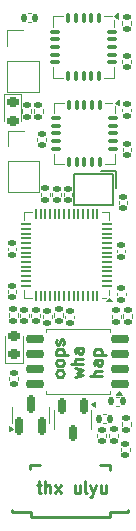
<source format=gbr>
%TF.GenerationSoftware,KiCad,Pcbnew,8.0.0*%
%TF.CreationDate,2025-08-14T01:21:05-07:00*%
%TF.ProjectId,it sure is getting hot in here,69742073-7572-4652-9069-732067657474,rev?*%
%TF.SameCoordinates,Original*%
%TF.FileFunction,Legend,Top*%
%TF.FilePolarity,Positive*%
%FSLAX46Y46*%
G04 Gerber Fmt 4.6, Leading zero omitted, Abs format (unit mm)*
G04 Created by KiCad (PCBNEW 8.0.0) date 2025-08-14 01:21:05*
%MOMM*%
%LPD*%
G01*
G04 APERTURE LIST*
G04 Aperture macros list*
%AMRoundRect*
0 Rectangle with rounded corners*
0 $1 Rounding radius*
0 $2 $3 $4 $5 $6 $7 $8 $9 X,Y pos of 4 corners*
0 Add a 4 corners polygon primitive as box body*
4,1,4,$2,$3,$4,$5,$6,$7,$8,$9,$2,$3,0*
0 Add four circle primitives for the rounded corners*
1,1,$1+$1,$2,$3*
1,1,$1+$1,$4,$5*
1,1,$1+$1,$6,$7*
1,1,$1+$1,$8,$9*
0 Add four rect primitives between the rounded corners*
20,1,$1+$1,$2,$3,$4,$5,0*
20,1,$1+$1,$4,$5,$6,$7,0*
20,1,$1+$1,$6,$7,$8,$9,0*
20,1,$1+$1,$8,$9,$2,$3,0*%
G04 Aperture macros list end*
%ADD10C,0.250000*%
%ADD11C,0.120000*%
%ADD12C,0.150000*%
%ADD13RoundRect,0.135000X0.185000X-0.135000X0.185000X0.135000X-0.185000X0.135000X-0.185000X-0.135000X0*%
%ADD14R,1.000000X0.800000*%
%ADD15RoundRect,0.218750X-0.256250X0.218750X-0.256250X-0.218750X0.256250X-0.218750X0.256250X0.218750X0*%
%ADD16R,1.700000X1.700000*%
%ADD17O,1.700000X1.700000*%
%ADD18RoundRect,0.140000X-0.170000X0.140000X-0.170000X-0.140000X0.170000X-0.140000X0.170000X0.140000X0*%
%ADD19RoundRect,0.140000X0.170000X-0.140000X0.170000X0.140000X-0.170000X0.140000X-0.170000X-0.140000X0*%
%ADD20RoundRect,0.140000X-0.140000X-0.170000X0.140000X-0.170000X0.140000X0.170000X-0.140000X0.170000X0*%
%ADD21RoundRect,0.075000X-0.075000X0.337500X-0.075000X-0.337500X0.075000X-0.337500X0.075000X0.337500X0*%
%ADD22RoundRect,0.075000X-0.337500X0.075000X-0.337500X-0.075000X0.337500X-0.075000X0.337500X0.075000X0*%
%ADD23R,3.250000X3.250000*%
%ADD24RoundRect,0.135000X-0.185000X0.135000X-0.185000X-0.135000X0.185000X-0.135000X0.185000X0.135000X0*%
%ADD25R,1.800000X3.100000*%
%ADD26R,0.800000X1.800000*%
%ADD27RoundRect,0.150000X-0.150000X0.512500X-0.150000X-0.512500X0.150000X-0.512500X0.150000X0.512500X0*%
%ADD28RoundRect,0.150000X0.150000X-0.587500X0.150000X0.587500X-0.150000X0.587500X-0.150000X-0.587500X0*%
%ADD29RoundRect,0.218750X0.256250X-0.218750X0.256250X0.218750X-0.256250X0.218750X-0.256250X-0.218750X0*%
%ADD30RoundRect,0.135000X-0.135000X-0.185000X0.135000X-0.185000X0.135000X0.185000X-0.135000X0.185000X0*%
%ADD31RoundRect,0.140000X0.140000X0.170000X-0.140000X0.170000X-0.140000X-0.170000X0.140000X-0.170000X0*%
%ADD32RoundRect,0.050000X0.387500X0.050000X-0.387500X0.050000X-0.387500X-0.050000X0.387500X-0.050000X0*%
%ADD33RoundRect,0.050000X0.050000X0.387500X-0.050000X0.387500X-0.050000X-0.387500X0.050000X-0.387500X0*%
%ADD34R,3.200000X3.200000*%
%ADD35RoundRect,0.150000X0.650000X0.150000X-0.650000X0.150000X-0.650000X-0.150000X0.650000X-0.150000X0*%
G04 APERTURE END LIST*
D10*
X2767832Y2016429D02*
X3148784Y2016429D01*
X2910689Y2349762D02*
X2910689Y1492620D01*
X2910689Y1492620D02*
X2958308Y1397381D01*
X2958308Y1397381D02*
X3053546Y1349762D01*
X3053546Y1349762D02*
X3148784Y1349762D01*
X3482118Y1349762D02*
X3482118Y2349762D01*
X3910689Y1349762D02*
X3910689Y1873572D01*
X3910689Y1873572D02*
X3863070Y1968810D01*
X3863070Y1968810D02*
X3767832Y2016429D01*
X3767832Y2016429D02*
X3624975Y2016429D01*
X3624975Y2016429D02*
X3529737Y1968810D01*
X3529737Y1968810D02*
X3482118Y1921191D01*
X4291642Y1349762D02*
X4815451Y2016429D01*
X4291642Y2016429D02*
X4815451Y1349762D01*
X6386880Y2016429D02*
X6386880Y1349762D01*
X5958309Y2016429D02*
X5958309Y1492620D01*
X5958309Y1492620D02*
X6005928Y1397381D01*
X6005928Y1397381D02*
X6101166Y1349762D01*
X6101166Y1349762D02*
X6244023Y1349762D01*
X6244023Y1349762D02*
X6339261Y1397381D01*
X6339261Y1397381D02*
X6386880Y1445001D01*
X7005928Y1349762D02*
X6910690Y1397381D01*
X6910690Y1397381D02*
X6863071Y1492620D01*
X6863071Y1492620D02*
X6863071Y2349762D01*
X7291643Y2016429D02*
X7529738Y1349762D01*
X7767833Y2016429D02*
X7529738Y1349762D01*
X7529738Y1349762D02*
X7434500Y1111667D01*
X7434500Y1111667D02*
X7386881Y1064048D01*
X7386881Y1064048D02*
X7291643Y1016429D01*
X8577357Y2016429D02*
X8577357Y1349762D01*
X8148786Y2016429D02*
X8148786Y1492620D01*
X8148786Y1492620D02*
X8196405Y1397381D01*
X8196405Y1397381D02*
X8291643Y1349762D01*
X8291643Y1349762D02*
X8434500Y1349762D01*
X8434500Y1349762D02*
X8529738Y1397381D01*
X8529738Y1397381D02*
X8577357Y1445001D01*
X5050531Y11414626D02*
X5002912Y11319388D01*
X5002912Y11319388D02*
X4955292Y11271769D01*
X4955292Y11271769D02*
X4860054Y11224150D01*
X4860054Y11224150D02*
X4574340Y11224150D01*
X4574340Y11224150D02*
X4479102Y11271769D01*
X4479102Y11271769D02*
X4431483Y11319388D01*
X4431483Y11319388D02*
X4383864Y11414626D01*
X4383864Y11414626D02*
X4383864Y11557483D01*
X4383864Y11557483D02*
X4431483Y11652721D01*
X4431483Y11652721D02*
X4479102Y11700340D01*
X4479102Y11700340D02*
X4574340Y11747959D01*
X4574340Y11747959D02*
X4860054Y11747959D01*
X4860054Y11747959D02*
X4955292Y11700340D01*
X4955292Y11700340D02*
X5002912Y11652721D01*
X5002912Y11652721D02*
X5050531Y11557483D01*
X5050531Y11557483D02*
X5050531Y11414626D01*
X5050531Y12319388D02*
X5002912Y12224150D01*
X5002912Y12224150D02*
X4955292Y12176531D01*
X4955292Y12176531D02*
X4860054Y12128912D01*
X4860054Y12128912D02*
X4574340Y12128912D01*
X4574340Y12128912D02*
X4479102Y12176531D01*
X4479102Y12176531D02*
X4431483Y12224150D01*
X4431483Y12224150D02*
X4383864Y12319388D01*
X4383864Y12319388D02*
X4383864Y12462245D01*
X4383864Y12462245D02*
X4431483Y12557483D01*
X4431483Y12557483D02*
X4479102Y12605102D01*
X4479102Y12605102D02*
X4574340Y12652721D01*
X4574340Y12652721D02*
X4860054Y12652721D01*
X4860054Y12652721D02*
X4955292Y12605102D01*
X4955292Y12605102D02*
X5002912Y12557483D01*
X5002912Y12557483D02*
X5050531Y12462245D01*
X5050531Y12462245D02*
X5050531Y12319388D01*
X4383864Y13081293D02*
X5383864Y13081293D01*
X4431483Y13081293D02*
X4383864Y13176531D01*
X4383864Y13176531D02*
X4383864Y13367007D01*
X4383864Y13367007D02*
X4431483Y13462245D01*
X4431483Y13462245D02*
X4479102Y13509864D01*
X4479102Y13509864D02*
X4574340Y13557483D01*
X4574340Y13557483D02*
X4860054Y13557483D01*
X4860054Y13557483D02*
X4955292Y13509864D01*
X4955292Y13509864D02*
X5002912Y13462245D01*
X5002912Y13462245D02*
X5050531Y13367007D01*
X5050531Y13367007D02*
X5050531Y13176531D01*
X5050531Y13176531D02*
X5002912Y13081293D01*
X5002912Y13938436D02*
X5050531Y14033674D01*
X5050531Y14033674D02*
X5050531Y14224150D01*
X5050531Y14224150D02*
X5002912Y14319388D01*
X5002912Y14319388D02*
X4907673Y14367007D01*
X4907673Y14367007D02*
X4860054Y14367007D01*
X4860054Y14367007D02*
X4764816Y14319388D01*
X4764816Y14319388D02*
X4717197Y14224150D01*
X4717197Y14224150D02*
X4717197Y14081293D01*
X4717197Y14081293D02*
X4669578Y13986055D01*
X4669578Y13986055D02*
X4574340Y13938436D01*
X4574340Y13938436D02*
X4526721Y13938436D01*
X4526721Y13938436D02*
X4431483Y13986055D01*
X4431483Y13986055D02*
X4383864Y14081293D01*
X4383864Y14081293D02*
X4383864Y14224150D01*
X4383864Y14224150D02*
X4431483Y14319388D01*
X5993808Y11176531D02*
X6660475Y11367007D01*
X6660475Y11367007D02*
X6184284Y11557483D01*
X6184284Y11557483D02*
X6660475Y11747959D01*
X6660475Y11747959D02*
X5993808Y11938435D01*
X6660475Y12319388D02*
X5660475Y12319388D01*
X6660475Y12747959D02*
X6136665Y12747959D01*
X6136665Y12747959D02*
X6041427Y12700340D01*
X6041427Y12700340D02*
X5993808Y12605102D01*
X5993808Y12605102D02*
X5993808Y12462245D01*
X5993808Y12462245D02*
X6041427Y12367007D01*
X6041427Y12367007D02*
X6089046Y12319388D01*
X6660475Y13652721D02*
X6136665Y13652721D01*
X6136665Y13652721D02*
X6041427Y13605102D01*
X6041427Y13605102D02*
X5993808Y13509864D01*
X5993808Y13509864D02*
X5993808Y13319388D01*
X5993808Y13319388D02*
X6041427Y13224150D01*
X6612856Y13652721D02*
X6660475Y13557483D01*
X6660475Y13557483D02*
X6660475Y13319388D01*
X6660475Y13319388D02*
X6612856Y13224150D01*
X6612856Y13224150D02*
X6517617Y13176531D01*
X6517617Y13176531D02*
X6422379Y13176531D01*
X6422379Y13176531D02*
X6327141Y13224150D01*
X6327141Y13224150D02*
X6279522Y13319388D01*
X6279522Y13319388D02*
X6279522Y13557483D01*
X6279522Y13557483D02*
X6231903Y13652721D01*
X8270419Y11271769D02*
X7270419Y11271769D01*
X8270419Y11700340D02*
X7746609Y11700340D01*
X7746609Y11700340D02*
X7651371Y11652721D01*
X7651371Y11652721D02*
X7603752Y11557483D01*
X7603752Y11557483D02*
X7603752Y11414626D01*
X7603752Y11414626D02*
X7651371Y11319388D01*
X7651371Y11319388D02*
X7698990Y11271769D01*
X8270419Y12605102D02*
X7746609Y12605102D01*
X7746609Y12605102D02*
X7651371Y12557483D01*
X7651371Y12557483D02*
X7603752Y12462245D01*
X7603752Y12462245D02*
X7603752Y12271769D01*
X7603752Y12271769D02*
X7651371Y12176531D01*
X8222800Y12605102D02*
X8270419Y12509864D01*
X8270419Y12509864D02*
X8270419Y12271769D01*
X8270419Y12271769D02*
X8222800Y12176531D01*
X8222800Y12176531D02*
X8127561Y12128912D01*
X8127561Y12128912D02*
X8032323Y12128912D01*
X8032323Y12128912D02*
X7937085Y12176531D01*
X7937085Y12176531D02*
X7889466Y12271769D01*
X7889466Y12271769D02*
X7889466Y12509864D01*
X7889466Y12509864D02*
X7841847Y12605102D01*
X7603752Y13081293D02*
X8603752Y13081293D01*
X7651371Y13081293D02*
X7603752Y13176531D01*
X7603752Y13176531D02*
X7603752Y13367007D01*
X7603752Y13367007D02*
X7651371Y13462245D01*
X7651371Y13462245D02*
X7698990Y13509864D01*
X7698990Y13509864D02*
X7794228Y13557483D01*
X7794228Y13557483D02*
X8079942Y13557483D01*
X8079942Y13557483D02*
X8175180Y13509864D01*
X8175180Y13509864D02*
X8222800Y13462245D01*
X8222800Y13462245D02*
X8270419Y13367007D01*
X8270419Y13367007D02*
X8270419Y13176531D01*
X8270419Y13176531D02*
X8222800Y13081293D01*
D11*
%TO.C,R12*%
X9100800Y16165559D02*
X9100800Y16472841D01*
X9860800Y16165559D02*
X9860800Y16472841D01*
%TO.C,R11*%
X10090800Y16190559D02*
X10090800Y16497841D01*
X10850800Y16190559D02*
X10850800Y16497841D01*
D12*
%TO.C,X1*%
X5919200Y28406400D02*
X9099200Y28406400D01*
X5919200Y25746400D02*
X5919200Y28406400D01*
X9099200Y28406400D02*
X9219200Y28406400D01*
X9219200Y28406400D02*
X9219200Y25746400D01*
X9219200Y25746400D02*
X5919200Y25746400D01*
X9459200Y28636400D02*
X8199200Y28636400D01*
X9459200Y27176400D02*
X9459200Y28636400D01*
D11*
%TO.C,D3*%
X-29200Y35129200D02*
X-29200Y32844200D01*
X1440800Y35129200D02*
X-29200Y35129200D01*
X1440800Y32844200D02*
X1440800Y35129200D01*
%TO.C,J2*%
X295600Y32043600D02*
X1625600Y32043600D01*
X295600Y30713600D02*
X295600Y32043600D01*
X295600Y29443600D02*
X295600Y26843600D01*
X295600Y29443600D02*
X2955600Y29443600D01*
X295600Y26843600D02*
X2955600Y26843600D01*
X2955600Y29443600D02*
X2955600Y26843600D01*
%TO.C,C21*%
X300400Y22129636D02*
X300400Y21913964D01*
X1020400Y22129636D02*
X1020400Y21913964D01*
%TO.C,C9*%
X10045800Y30552036D02*
X10045800Y30336364D01*
X10765800Y30552036D02*
X10765800Y30336364D01*
%TO.C,C8*%
X10003200Y33699564D02*
X10003200Y33915236D01*
X10723200Y33699564D02*
X10723200Y33915236D01*
%TO.C,R7*%
X9635800Y6090559D02*
X9635800Y6397841D01*
X8875800Y6090559D02*
X8875800Y6397841D01*
%TO.C,C3*%
X2047964Y41979200D02*
X2263636Y41979200D01*
X2047964Y41259200D02*
X2263636Y41259200D01*
%TO.C,C10*%
X4059600Y26536764D02*
X4059600Y26752436D01*
X4779600Y26536764D02*
X4779600Y26752436D01*
%TO.C,C15*%
X1345800Y16502036D02*
X1345800Y16286364D01*
X2065800Y16502036D02*
X2065800Y16286364D01*
%TO.C,U1*%
X4170800Y34416700D02*
X5070800Y34416700D01*
X4170800Y33516700D02*
X4170800Y34416700D01*
X4170800Y30096700D02*
X4170800Y29196700D01*
X4170800Y29196700D02*
X5070800Y29196700D01*
X8490800Y34416700D02*
X9150800Y34416700D01*
X9390800Y33516700D02*
X9390800Y34116700D01*
X9390800Y30096700D02*
X9390800Y29196700D01*
X9390800Y29196700D02*
X8490800Y29196700D01*
X9720800Y34176700D02*
X9390800Y34416700D01*
X9720800Y34656700D01*
X9720800Y34176700D01*
G36*
X9720800Y34176700D02*
G01*
X9390800Y34416700D01*
X9720800Y34656700D01*
X9720800Y34176700D01*
G37*
%TO.C,C22*%
X275000Y18548236D02*
X275000Y18332564D01*
X995000Y18548236D02*
X995000Y18332564D01*
%TO.C,R5*%
X3252200Y16460441D02*
X3252200Y16153159D01*
X4012200Y16460441D02*
X4012200Y16153159D01*
%TO.C,C12*%
X1147400Y10941164D02*
X1147400Y11156836D01*
X427400Y10941164D02*
X427400Y11156836D01*
%TO.C,C19*%
X9520600Y21951836D02*
X9520600Y21736164D01*
X10240600Y21951836D02*
X10240600Y21736164D01*
%TO.C,J1*%
X250800Y40549200D02*
X1580800Y40549200D01*
X250800Y39219200D02*
X250800Y40549200D01*
X250800Y37949200D02*
X250800Y35349200D01*
X250800Y37949200D02*
X2910800Y37949200D01*
X250800Y35349200D02*
X2910800Y35349200D01*
X2910800Y37949200D02*
X2910800Y35349200D01*
D10*
%TO.C,C1000*%
X10455800Y-253300D02*
X10455800Y-53300D01*
X8955800Y-653300D02*
X8955800Y-253300D01*
X8955800Y-253300D02*
X10455800Y-253300D01*
X8955800Y3746700D02*
X8955800Y3346700D01*
X8855800Y-653300D02*
X8955800Y-653300D01*
X8065800Y3746700D02*
X8955800Y3746700D01*
X2255800Y-653300D02*
X8855800Y-653300D01*
X2255800Y-253300D02*
X2255800Y-653300D01*
X2155800Y-253300D02*
X2255800Y-253300D01*
X2155800Y3376700D02*
X2155800Y3746700D01*
X2155800Y3746700D02*
X3045800Y3746700D01*
X655800Y-253300D02*
X2155800Y-253300D01*
X655800Y-53300D02*
X655800Y-253300D01*
D11*
%TO.C,U2*%
X7645300Y8629200D02*
X7315300Y8869200D01*
X7645300Y9109200D01*
X7645300Y8629200D01*
G36*
X7645300Y8629200D02*
G01*
X7315300Y8869200D01*
X7645300Y9109200D01*
X7645300Y8629200D01*
G37*
X7365300Y7569200D02*
X7365300Y6769200D01*
X7365300Y7569200D02*
X7365300Y8369200D01*
X4245300Y7569200D02*
X4245300Y6769200D01*
X4245300Y7569200D02*
X4245300Y8369200D01*
%TO.C,Q2*%
X720800Y6819200D02*
X390800Y6579200D01*
X390800Y7059200D01*
X720800Y6819200D01*
G36*
X720800Y6819200D02*
G01*
X390800Y6579200D01*
X390800Y7059200D01*
X720800Y6819200D01*
G37*
X3790800Y7981700D02*
X3790800Y7331700D01*
X3790800Y7981700D02*
X3790800Y8631700D01*
X670800Y7981700D02*
X670800Y7331700D01*
X670800Y7981700D02*
X670800Y8631700D01*
%TO.C,C14*%
X9673000Y26066636D02*
X9673000Y25850964D01*
X10393000Y26066636D02*
X10393000Y25850964D01*
%TO.C,D1*%
X1540800Y12409200D02*
X1540800Y14694200D01*
X70800Y12409200D02*
X1540800Y12409200D01*
X70800Y14694200D02*
X70800Y12409200D01*
%TO.C,C18*%
X5177200Y16389236D02*
X5177200Y16173564D01*
X5897200Y16389236D02*
X5897200Y16173564D01*
%TO.C,R3*%
X9422159Y8738600D02*
X9729441Y8738600D01*
X9422159Y9498600D02*
X9729441Y9498600D01*
%TO.C,R6*%
X3074400Y26798241D02*
X3074400Y26490959D01*
X3834400Y26798241D02*
X3834400Y26490959D01*
%TO.C,C2*%
X10615800Y5137036D02*
X10615800Y4921364D01*
X9895800Y5137036D02*
X9895800Y4921364D01*
%TO.C,C16*%
X8591436Y7310800D02*
X8375764Y7310800D01*
X8591436Y8030800D02*
X8375764Y8030800D01*
%TO.C,R8*%
X10710800Y7059959D02*
X10710800Y7367241D01*
X9950800Y7059959D02*
X9950800Y7367241D01*
%TO.C,C4*%
X9995800Y38027036D02*
X9995800Y37811364D01*
X10715800Y38027036D02*
X10715800Y37811364D01*
%TO.C,U6*%
X1660400Y25136600D02*
X1660400Y24486600D01*
X1660400Y17916600D02*
X1660400Y18566600D01*
X2310400Y25136600D02*
X1660400Y25136600D01*
X2310400Y17916600D02*
X1660400Y17916600D01*
X8230400Y25136600D02*
X8880400Y25136600D01*
X8230400Y17916600D02*
X8580400Y17916600D01*
X8880400Y25136600D02*
X8880400Y24486600D01*
X8880400Y18566600D02*
X8880400Y18156600D01*
X9120400Y17586600D02*
X8640400Y17586600D01*
X8880400Y17916600D01*
X9120400Y17586600D01*
G36*
X9120400Y17586600D02*
G01*
X8640400Y17586600D01*
X8880400Y17916600D01*
X9120400Y17586600D01*
G37*
%TO.C,R2*%
X2475800Y33872841D02*
X2475800Y33565559D01*
X3235800Y33872841D02*
X3235800Y33565559D01*
%TO.C,U5*%
X9978300Y9701800D02*
X9498300Y9701800D01*
X9738300Y10031800D01*
X9978300Y9701800D01*
G36*
X9978300Y9701800D02*
G01*
X9498300Y9701800D01*
X9738300Y10031800D01*
X9978300Y9701800D01*
G37*
X8955800Y9771800D02*
X8955800Y10031800D01*
X8955800Y15221800D02*
X8955800Y14961800D01*
X6230800Y9771800D02*
X8955800Y9771800D01*
X6230800Y9771800D02*
X3505800Y9771800D01*
X6230800Y15221800D02*
X8955800Y15221800D01*
X6230800Y15221800D02*
X3505800Y15221800D01*
X3505800Y9771800D02*
X3505800Y10031800D01*
X3505800Y15221800D02*
X3505800Y14961800D01*
%TO.C,C17*%
X9546000Y18327036D02*
X9546000Y18111364D01*
X10266000Y18327036D02*
X10266000Y18111364D01*
%TO.C,C20*%
X5024800Y26536764D02*
X5024800Y26752436D01*
X5744800Y26536764D02*
X5744800Y26752436D01*
%TO.C,U3*%
X4108300Y41729200D02*
X5008300Y41729200D01*
X4108300Y40829200D02*
X4108300Y41729200D01*
X4108300Y37409200D02*
X4108300Y36509200D01*
X4108300Y36509200D02*
X5008300Y36509200D01*
X8428300Y41729200D02*
X9088300Y41729200D01*
X9328300Y40829200D02*
X9328300Y41429200D01*
X9328300Y37409200D02*
X9328300Y36509200D01*
X9328300Y36509200D02*
X8428300Y36509200D01*
X9658300Y41489200D02*
X9328300Y41729200D01*
X9658300Y41969200D01*
X9658300Y41489200D01*
G36*
X9658300Y41489200D02*
G01*
X9328300Y41729200D01*
X9658300Y41969200D01*
X9658300Y41489200D01*
G37*
%TO.C,R10*%
X10000800Y41297841D02*
X10000800Y40990559D01*
X10760800Y41297841D02*
X10760800Y40990559D01*
%TO.C,R9*%
X1525800Y33565559D02*
X1525800Y33872841D01*
X2285800Y33565559D02*
X2285800Y33872841D01*
%TO.C,R4*%
X4217400Y16305559D02*
X4217400Y16612841D01*
X4977400Y16305559D02*
X4977400Y16612841D01*
%TO.C,C7*%
X2795800Y31427036D02*
X2795800Y31211364D01*
X3515800Y31427036D02*
X3515800Y31211364D01*
%TO.C,C13*%
X2295800Y16502036D02*
X2295800Y16286364D01*
X3015800Y16502036D02*
X3015800Y16286364D01*
%TO.C,C1*%
X8590800Y6140564D02*
X8590800Y6356236D01*
X7870800Y6140564D02*
X7870800Y6356236D01*
%TO.C,R1*%
X375800Y16265559D02*
X375800Y16572841D01*
X1135800Y16265559D02*
X1135800Y16572841D01*
%TD*%
%LPC*%
D13*
%TO.C,R12*%
X9480800Y15809200D03*
X9480800Y16829200D03*
%TD*%
%TO.C,R11*%
X10470800Y15834200D03*
X10470800Y16854200D03*
%TD*%
D14*
%TO.C,X1*%
X8469200Y27676400D03*
X6669200Y27676400D03*
X6669200Y26476400D03*
X8469200Y26476400D03*
%TD*%
D15*
%TO.C,D3*%
X705800Y34431700D03*
X705800Y32856700D03*
%TD*%
D16*
%TO.C,J2*%
X1625600Y30713600D03*
D17*
X1625600Y28173600D03*
%TD*%
D18*
%TO.C,C21*%
X660400Y22501800D03*
X660400Y21541800D03*
%TD*%
%TO.C,C9*%
X10405800Y30924200D03*
X10405800Y29964200D03*
%TD*%
D19*
%TO.C,C8*%
X10363200Y33327400D03*
X10363200Y34287400D03*
%TD*%
D13*
%TO.C,R7*%
X9255800Y6754200D03*
X9255800Y5734200D03*
%TD*%
D20*
%TO.C,C3*%
X1675800Y41619200D03*
X2635800Y41619200D03*
%TD*%
D19*
%TO.C,C10*%
X4419600Y26164600D03*
X4419600Y27124600D03*
%TD*%
D18*
%TO.C,C15*%
X1705800Y16874200D03*
X1705800Y15914200D03*
%TD*%
D21*
%TO.C,U1*%
X8080800Y34244200D03*
X7430800Y34244200D03*
X6780800Y34244200D03*
X6130800Y34244200D03*
X5480800Y34244200D03*
D22*
X4343300Y33106700D03*
X4343300Y32456700D03*
X4343300Y31806700D03*
X4343300Y31156700D03*
X4343300Y30506700D03*
D21*
X5480800Y29369200D03*
X6130800Y29369200D03*
X6780800Y29369200D03*
X7430800Y29369200D03*
X8080800Y29369200D03*
D22*
X9218300Y30506700D03*
X9218300Y31156700D03*
X9218300Y31806700D03*
X9218300Y32456700D03*
X9218300Y33106700D03*
D23*
X6780800Y31806700D03*
%TD*%
D18*
%TO.C,C22*%
X635000Y18920400D03*
X635000Y17960400D03*
%TD*%
D24*
%TO.C,R5*%
X3632200Y16816800D03*
X3632200Y15796800D03*
%TD*%
D19*
%TO.C,C12*%
X787400Y11529000D03*
X787400Y10569000D03*
%TD*%
D18*
%TO.C,C19*%
X9880600Y22324000D03*
X9880600Y21364000D03*
%TD*%
D16*
%TO.C,J1*%
X1580800Y39219200D03*
D17*
X1580800Y36679200D03*
%TD*%
D25*
%TO.C,C1000*%
X9985800Y1626700D03*
X1125800Y1626700D03*
D26*
X7425800Y4166700D03*
X6175800Y4166700D03*
X4935800Y4166700D03*
X3675800Y4166700D03*
%TD*%
D27*
%TO.C,U2*%
X5805300Y6431700D03*
X4855300Y8706700D03*
X6755300Y8706700D03*
%TD*%
D28*
%TO.C,Q2*%
X2230800Y8919200D03*
X3180800Y7044200D03*
X1280800Y7044200D03*
%TD*%
D18*
%TO.C,C14*%
X10033000Y26438800D03*
X10033000Y25478800D03*
%TD*%
D29*
%TO.C,D1*%
X805800Y14681700D03*
X805800Y13106700D03*
%TD*%
D18*
%TO.C,C18*%
X5537200Y16761400D03*
X5537200Y15801400D03*
%TD*%
D30*
%TO.C,R3*%
X10085800Y9118600D03*
X9065800Y9118600D03*
%TD*%
D24*
%TO.C,R6*%
X3454400Y27154600D03*
X3454400Y26134600D03*
%TD*%
D18*
%TO.C,C2*%
X10255800Y4549200D03*
X10255800Y5509200D03*
%TD*%
D31*
%TO.C,C16*%
X8003600Y7670800D03*
X8963600Y7670800D03*
%TD*%
D13*
%TO.C,R8*%
X10330800Y7723600D03*
X10330800Y6703600D03*
%TD*%
D18*
%TO.C,C4*%
X10355800Y38399200D03*
X10355800Y37439200D03*
%TD*%
D32*
%TO.C,U6*%
X8707900Y18926600D03*
X8707900Y19326600D03*
X8707900Y19726600D03*
X8707900Y20126600D03*
X8707900Y20526600D03*
X8707900Y20926600D03*
X8707900Y21326600D03*
X8707900Y21726600D03*
X8707900Y22126600D03*
X8707900Y22526600D03*
X8707900Y22926600D03*
X8707900Y23326600D03*
X8707900Y23726600D03*
X8707900Y24126600D03*
D33*
X7870400Y24964100D03*
X7470400Y24964100D03*
X7070400Y24964100D03*
X6670400Y24964100D03*
X6270400Y24964100D03*
X5870400Y24964100D03*
X5470400Y24964100D03*
X5070400Y24964100D03*
X4670400Y24964100D03*
X4270400Y24964100D03*
X3870400Y24964100D03*
X3470400Y24964100D03*
X3070400Y24964100D03*
X2670400Y24964100D03*
D32*
X1832900Y24126600D03*
X1832900Y23726600D03*
X1832900Y23326600D03*
X1832900Y22926600D03*
X1832900Y22526600D03*
X1832900Y22126600D03*
X1832900Y21726600D03*
X1832900Y21326600D03*
X1832900Y20926600D03*
X1832900Y20526600D03*
X1832900Y20126600D03*
X1832900Y19726600D03*
X1832900Y19326600D03*
X1832900Y18926600D03*
D33*
X2670400Y18089100D03*
X3070400Y18089100D03*
X3470400Y18089100D03*
X3870400Y18089100D03*
X4270400Y18089100D03*
X4670400Y18089100D03*
X5070400Y18089100D03*
X5470400Y18089100D03*
X5870400Y18089100D03*
X6270400Y18089100D03*
X6670400Y18089100D03*
X7070400Y18089100D03*
X7470400Y18089100D03*
X7870400Y18089100D03*
D34*
X5270400Y21526600D03*
%TD*%
D24*
%TO.C,R2*%
X2855800Y34229200D03*
X2855800Y33209200D03*
%TD*%
D35*
%TO.C,U5*%
X2630800Y10591800D03*
X2630800Y11861800D03*
X2630800Y13131800D03*
X2630800Y14401800D03*
X9830800Y14401800D03*
X9830800Y13131800D03*
X9830800Y11861800D03*
X9830800Y10591800D03*
%TD*%
D18*
%TO.C,C17*%
X9906000Y18699200D03*
X9906000Y17739200D03*
%TD*%
D19*
%TO.C,C20*%
X5384800Y26164600D03*
X5384800Y27124600D03*
%TD*%
D21*
%TO.C,U3*%
X8018300Y41556700D03*
X7368300Y41556700D03*
X6718300Y41556700D03*
X6068300Y41556700D03*
X5418300Y41556700D03*
D22*
X4280800Y40419200D03*
X4280800Y39769200D03*
X4280800Y39119200D03*
X4280800Y38469200D03*
X4280800Y37819200D03*
D21*
X5418300Y36681700D03*
X6068300Y36681700D03*
X6718300Y36681700D03*
X7368300Y36681700D03*
X8018300Y36681700D03*
D22*
X9155800Y37819200D03*
X9155800Y38469200D03*
X9155800Y39119200D03*
X9155800Y39769200D03*
X9155800Y40419200D03*
D23*
X6718300Y39119200D03*
%TD*%
D24*
%TO.C,R10*%
X10380800Y41654200D03*
X10380800Y40634200D03*
%TD*%
D13*
%TO.C,R9*%
X1905800Y33209200D03*
X1905800Y34229200D03*
%TD*%
%TO.C,R4*%
X4597400Y15949200D03*
X4597400Y16969200D03*
%TD*%
D18*
%TO.C,C7*%
X3155800Y31799200D03*
X3155800Y30839200D03*
%TD*%
%TO.C,C13*%
X2655800Y16874200D03*
X2655800Y15914200D03*
%TD*%
D19*
%TO.C,C1*%
X8230800Y6728400D03*
X8230800Y5768400D03*
%TD*%
D13*
%TO.C,R1*%
X755800Y15909200D03*
X755800Y16929200D03*
%TD*%
%LPD*%
M02*

</source>
